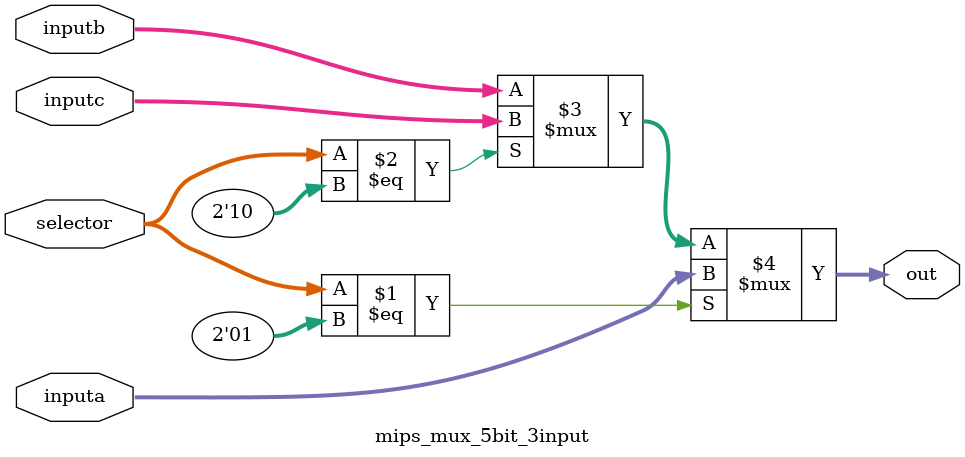
<source format=v>
module mips_mux_5bit_3input(out, selector, inputa, inputb, inputc);

output [4:0] out;

input [1:0] selector;
input [4:0] inputa, inputb, inputc;

assign out = selector == 2'b01 ? inputa : selector == 2'b10 ? inputc : inputb;

endmodule
</source>
